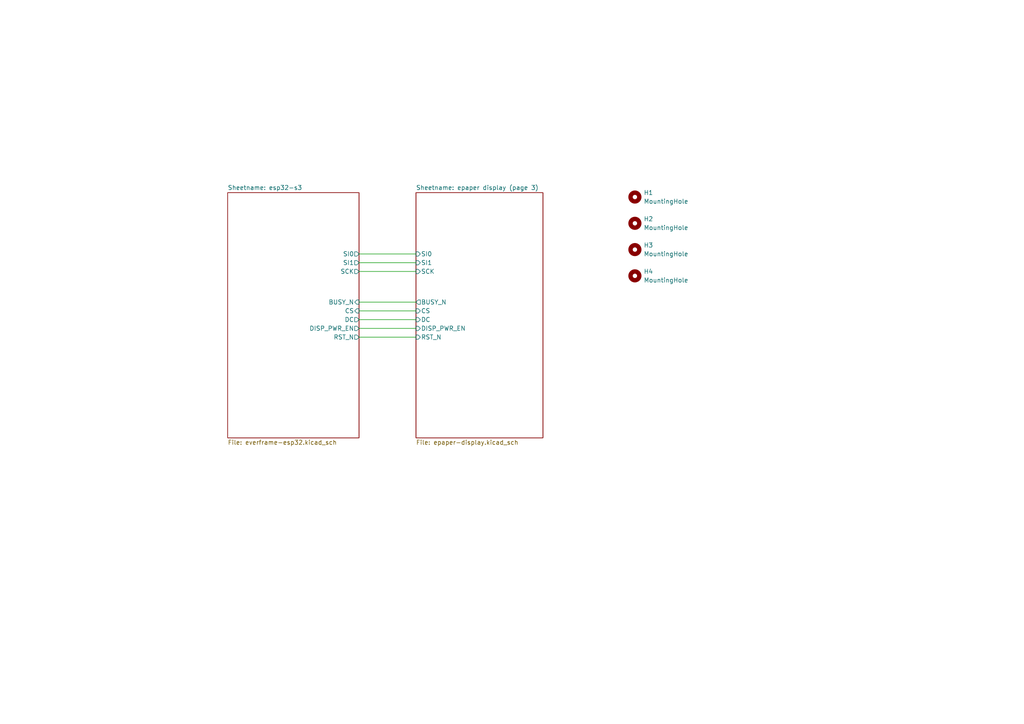
<source format=kicad_sch>
(kicad_sch (version 20250114) (generator "eeschema") (generator_version "9.0")
  (paper "A4")
  (title_block (title "Everframe Mainboard") (date "2025-11-24") (rev "1.0.0"))
  (lib_symbols
    (symbol "Mechanical:MountingHole" (pin_names (offset 1.016)) (in_bom no)
      (property "Reference" "H" (at 0 5.08 0))
      (property "Value" "MountingHole" (at 0 3.175 0))
      (symbol "MountingHole_0_1"
        (circle (center 0 0) (radius 1.27) (stroke (width 1.27)))
      )
    )
  )
  (wire (pts (xy 104.14 73.66) (xy 120.65 73.66)))
  (wire (pts (xy 104.14 76.2) (xy 120.65 76.2)))
  (wire (pts (xy 104.14 87.63) (xy 120.65 87.63)))
  (wire (pts (xy 104.14 92.71) (xy 120.65 92.71)))
  (wire (pts (xy 104.14 90.17) (xy 120.65 90.17)))
  (wire (pts (xy 104.14 95.25) (xy 120.65 95.25)))
  (wire (pts (xy 104.14 97.79) (xy 120.65 97.79)))
  (wire (pts (xy 104.14 78.74) (xy 120.65 78.74)))
  (symbol (lib_id "Mechanical:MountingHole") (at 184.15 64.77 0) (unit 1) (in_bom no)
    (property "Reference" "H2" (at 186.69 63.4999 0) (effects (justify left)))
    (property "Value" "MountingHole" (at 186.69 66.0399 0) (effects (justify left)))
    (property "Footprint" "MountingHole:MountingHole_2mm" (effects (hide yes)))
    (property "Description" "Mounting Hole without connection" (effects (hide yes)))
  )
  (symbol (lib_id "Mechanical:MountingHole") (at 184.15 80.01 0) (unit 1) (in_bom no)
    (property "Reference" "H4" (at 186.69 78.7399 0) (effects (justify left)))
    (property "Value" "MountingHole" (at 186.69 81.2799 0) (effects (justify left)))
    (property "Footprint" "MountingHole:MountingHole_2mm" (effects (hide yes)))
    (property "Description" "Mounting Hole without connection" (effects (hide yes)))
  )
  (symbol (lib_id "Mechanical:MountingHole") (at 184.15 72.39 0) (unit 1) (in_bom no)
    (property "Reference" "H3" (at 186.69 71.1199 0) (effects (justify left)))
    (property "Value" "MountingHole" (at 186.69 73.6599 0) (effects (justify left)))
    (property "Footprint" "MountingHole:MountingHole_2mm" (effects (hide yes)))
    (property "Description" "Mounting Hole without connection" (effects (hide yes)))
  )
  (symbol (lib_id "Mechanical:MountingHole") (at 184.15 57.15 0) (unit 1) (in_bom no)
    (property "Reference" "H1" (at 186.69 55.8799 0) (effects (justify left)))
    (property "Value" "MountingHole" (at 186.69 58.4199 0) (effects (justify left)))
    (property "Footprint" "MountingHole:MountingHole_2mm" (effects (hide yes)))
    (property "Description" "Mounting Hole without connection" (effects (hide yes)))
  )
  (sheet (at 66.04 55.88) (size 38.1 71.12) (stroke (width 0.1524))
    (property "Sheetname" "esp32-s3" (at 66.04 55.1684 0) (show_name yes) (effects (justify left bottom)))
    (property "Sheetfile" "everframe-esp32.kicad_sch" (at 66.04 127.5846 0) (effects (justify left top)))
    (pin "BUSY_N" input (at 104.14 87.63 0))
    (pin "CS" input (at 104.14 90.17 0))
    (pin "DC" output (at 104.14 92.71 0))
    (pin "DISP_PWR_EN" output (at 104.14 95.25 0))
    (pin "RST_N" output (at 104.14 97.79 0))
    (pin "SCK" output (at 104.14 78.74 0))
    (pin "SI0" output (at 104.14 73.66 0))
    (pin "SI1" output (at 104.14 76.2 0))
  )
  (sheet (at 120.65 55.88) (size 36.83 71.12) (stroke (width 0.1524))
    (property "Sheetname" "epaper display (page 3)" (at 120.65 55.1684 0) (show_name yes) (effects (justify left bottom)))
    (property "Sheetfile" "epaper-display.kicad_sch" (at 120.65 127.5846 0) (effects (justify left top)))
    (pin "BUSY_N" output (at 120.65 87.63 180))
    (pin "CS" input (at 120.65 90.17 180))
    (pin "DC" input (at 120.65 92.71 180))
    (pin "DISP_PWR_EN" input (at 120.65 95.25 180))
    (pin "RST_N" input (at 120.65 97.79 180))
    (pin "SCK" input (at 120.65 78.74 180))
    (pin "SI0" input (at 120.65 73.66 180))
    (pin "SI1" input (at 120.65 76.2 180))
  )
)
</source>
